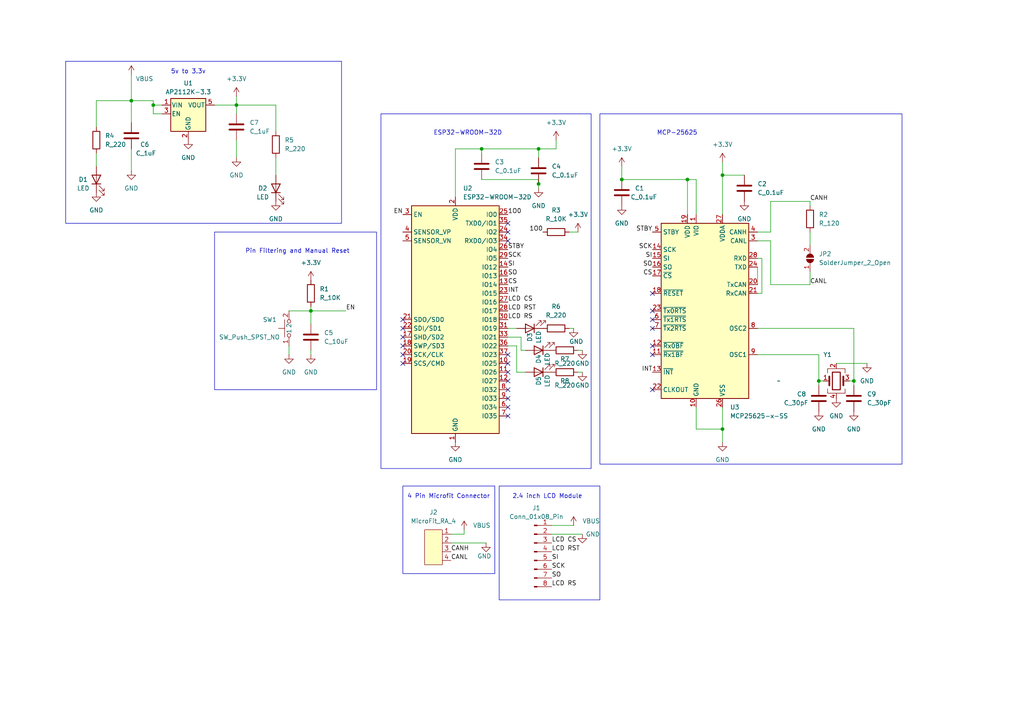
<source format=kicad_sch>
(kicad_sch (version 20230121) (generator eeschema)
  (paper "A4")
  (lib_symbols
    (symbol "Connector:Conn_01x08_Pin" (pin_names (offset 1.016) hide)
      (property "Reference" "J" (at 0 10.16 0))
      (property "Value" "Conn_01x08_Pin" (at 0 -12.7 0))
      (symbol "Conn_01x08_Pin_1_1"
        (polyline (pts (xy 1.27 -10.16) (xy 0.8636 -10.16)) (stroke (width 0.1524)))
        (polyline (pts (xy 1.27 -7.62) (xy 0.8636 -7.62)) (stroke (width 0.1524)))
        (polyline (pts (xy 1.27 -5.08) (xy 0.8636 -5.08)) (stroke (width 0.1524)))
        (polyline (pts (xy 1.27 -2.54) (xy 0.8636 -2.54)) (stroke (width 0.1524)))
        (polyline (pts (xy 1.27 0) (xy 0.8636 0)) (stroke (width 0.1524)))
        (polyline (pts (xy 1.27 2.54) (xy 0.8636 2.54)) (stroke (width 0.1524)))
        (polyline (pts (xy 1.27 5.08) (xy 0.8636 5.08)) (stroke (width 0.1524)))
        (polyline (pts (xy 1.27 7.62) (xy 0.8636 7.62)) (stroke (width 0.1524)))
        (rectangle (start 0.8636 -10.033) (end 0 -10.287) (stroke (width 0.1524)) (fill (type outline)))
        (rectangle (start 0.8636 -7.493) (end 0 -7.747) (stroke (width 0.1524)) (fill (type outline)))
        (rectangle (start 0.8636 -4.953) (end 0 -5.207) (stroke (width 0.1524)) (fill (type outline)))
        (rectangle (start 0.8636 -2.413) (end 0 -2.667) (stroke (width 0.1524)) (fill (type outline)))
        (rectangle (start 0.8636 0.127) (end 0 -0.127) (stroke (width 0.1524)) (fill (type outline)))
        (rectangle (start 0.8636 2.667) (end 0 2.413) (stroke (width 0.1524)) (fill (type outline)))
        (rectangle (start 0.8636 5.207) (end 0 4.953) (stroke (width 0.1524)) (fill (type outline)))
        (rectangle (start 0.8636 7.747) (end 0 7.493) (stroke (width 0.1524)) (fill (type outline)))
        (pin passive line (at 5.08 7.62 180) (length 3.81) (name "Pin_1") (number "1"))
        (pin passive line (at 5.08 5.08 180) (length 3.81) (name "Pin_2") (number "2"))
        (pin passive line (at 5.08 2.54 180) (length 3.81) (name "Pin_3") (number "3"))
        (pin passive line (at 5.08 0 180) (length 3.81) (name "Pin_4") (number "4"))
        (pin passive line (at 5.08 -2.54 180) (length 3.81) (name "Pin_5") (number "5"))
        (pin passive line (at 5.08 -5.08 180) (length 3.81) (name "Pin_6") (number "6"))
        (pin passive line (at 5.08 -7.62 180) (length 3.81) (name "Pin_7") (number "7"))
        (pin passive line (at 5.08 -10.16 180) (length 3.81) (name "Pin_8") (number "8"))
      )
    )
    (symbol "Device:LED" (pin_numbers hide) (pin_names (offset 1.016) hide)
      (property "Reference" "D" (at 0 2.54 0))
      (property "Value" "LED" (at 0 -2.54 0))
      (symbol "LED_0_1"
        (polyline (pts (xy -1.27 -1.27) (xy -1.27 1.27)) (stroke (width 0.254)))
        (polyline (pts (xy -1.27 0) (xy 1.27 0)))
        (polyline (pts (xy 1.27 -1.27) (xy 1.27 1.27) (xy -1.27 0) (xy 1.27 -1.27)) (stroke (width 0.254)))
        (polyline (pts (xy -3.048 -0.762) (xy -4.572 -2.286) (xy -3.81 -2.286) (xy -4.572 -2.286) (xy -4.572 -1.524)))
        (polyline (pts (xy -1.778 -0.762) (xy -3.302 -2.286) (xy -2.54 -2.286) (xy -3.302 -2.286) (xy -3.302 -1.524)))
      )
      (symbol "LED_1_1"
        (pin passive line (at -3.81 0 0) (length 2.54) (name "K") (number "1"))
        (pin passive line (at 3.81 0 180) (length 2.54) (name "A") (number "2"))
      )
    )
    (symbol "Jumper:SolderJumper_2_Open" (pin_names (offset 0) hide)
      (property "Reference" "JP" (at 0 2.032 0))
      (property "Value" "SolderJumper_2_Open" (at 0 -2.54 0))
      (symbol "SolderJumper_2_Open_0_1"
        (arc (start -0.254 1.016) (mid -1.2656 0) (end -0.254 -1.016))
        (arc (start -0.254 1.016) (mid -1.2656 0) (end -0.254 -1.016) (fill (type outline)))
        (polyline (pts (xy -0.254 1.016) (xy -0.254 -1.016)))
        (polyline (pts (xy 0.254 1.016) (xy 0.254 -1.016)))
        (arc (start 0.254 -1.016) (mid 1.2656 0) (end 0.254 1.016))
        (arc (start 0.254 -1.016) (mid 1.2656 0) (end 0.254 1.016) (fill (type outline)))
      )
      (symbol "SolderJumper_2_Open_1_1"
        (pin passive line (at -3.81 0 0) (length 2.54) (name "A") (number "1"))
        (pin passive line (at 3.81 0 180) (length 2.54) (name "B") (number "2"))
      )
    )
    (symbol "OEM:30pF" (pin_numbers hide) (pin_names (offset 0.254))
      (property "Reference" "C" (at 0.635 2.54 0))
      (property "Value" "30pF" (at 0.635 -2.54 0))
      (symbol "30pF_0_1"
        (polyline (pts (xy -2.032 -0.762) (xy 2.032 -0.762)) (stroke (width 0.508)))
        (polyline (pts (xy -2.032 0.762) (xy 2.032 0.762)) (stroke (width 0.508)))
      )
      (symbol "30pF_1_1"
        (pin passive line (at 0 3.81 270) (length 2.794) (name "~") (number "1"))
        (pin passive line (at 0 -3.81 90) (length 2.794) (name "~") (number "2"))
      )
    )
    (symbol "OEM:Crystal_16MHz_18pF" (pin_names (offset 1.016) hide)
      (property "Reference" "Y" (at 3.175 5.08 0))
      (property "Value" "Crystal_16MHz_18pF" (at 3.175 3.175 0))
      (symbol "Crystal_16MHz_18pF_0_1"
        (rectangle (start -1.143 2.54) (end 1.143 -2.54) (stroke (width 0.3048)))
        (polyline (pts (xy -2.54 0) (xy -2.032 0)))
        (polyline (pts (xy -2.032 -1.27) (xy -2.032 1.27)) (stroke (width 0.508)))
        (polyline (pts (xy 0 -3.81) (xy 0 -3.556)))
        (polyline (pts (xy 0 3.556) (xy 0 3.81)))
        (polyline (pts (xy 2.032 -1.27) (xy 2.032 1.27)) (stroke (width 0.508)))
        (polyline (pts (xy 2.032 0) (xy 2.54 0)))
        (polyline (pts (xy -2.54 -2.286) (xy -2.54 -3.556) (xy 2.54 -3.556) (xy 2.54 -2.286)))
        (polyline (pts (xy -2.54 2.286) (xy -2.54 3.556) (xy 2.54 3.556) (xy 2.54 2.286)))
      )
      (symbol "Crystal_16MHz_18pF_1_1"
        (pin passive line (at -3.81 0 0) (length 1.27) (name "1") (number "1"))
        (pin passive line (at 0 5.08 270) (length 1.27) (name "2") (number "2"))
        (pin passive line (at 3.81 0 180) (length 1.27) (name "3") (number "3"))
        (pin passive line (at 0 -5.08 90) (length 1.27) (name "4") (number "4"))
      )
    )
    (symbol "RF_Module:ESP32-WROOM-32D"
      (property "Reference" "U" (at -12.7 34.29 0))
      (property "Value" "ESP32-WROOM-32D" (at 1.27 34.29 0))
      (symbol "ESP32-WROOM-32D_0_1"
        (rectangle (start -12.7 33.02) (end 12.7 -33.02) (stroke (width 0.254)) (fill (type background)))
      )
      (symbol "ESP32-WROOM-32D_1_1"
        (pin power_in line (at 0 -35.56 90) (length 2.54) (name "GND") (number "1"))
        (pin bidirectional line (at 15.24 -12.7 180) (length 2.54) (name "IO25") (number "10"))
        (pin bidirectional line (at 15.24 -15.24 180) (length 2.54) (name "IO26") (number "11"))
        (pin bidirectional line (at 15.24 -17.78 180) (length 2.54) (name "IO27") (number "12"))
        (pin bidirectional line (at 15.24 10.16 180) (length 2.54) (name "IO14") (number "13"))
        (pin bidirectional line (at 15.24 15.24 180) (length 2.54) (name "IO12") (number "14"))
        (pin passive line (at 0 -35.56 90) (length 2.54) hide (name "GND") (number "15"))
        (pin bidirectional line (at 15.24 12.7 180) (length 2.54) (name "IO13") (number "16"))
        (pin bidirectional line (at -15.24 -5.08 0) (length 2.54) (name "SHD/SD2") (number "17"))
        (pin bidirectional line (at -15.24 -7.62 0) (length 2.54) (name "SWP/SD3") (number "18"))
        (pin bidirectional line (at -15.24 -12.7 0) (length 2.54) (name "SCS/CMD") (number "19"))
        (pin power_in line (at 0 35.56 270) (length 2.54) (name "VDD") (number "2"))
        (pin bidirectional line (at -15.24 -10.16 0) (length 2.54) (name "SCK/CLK") (number "20"))
        (pin bidirectional line (at -15.24 0 0) (length 2.54) (name "SDO/SD0") (number "21"))
        (pin bidirectional line (at -15.24 -2.54 0) (length 2.54) (name "SDI/SD1") (number "22"))
        (pin bidirectional line (at 15.24 7.62 180) (length 2.54) (name "IO15") (number "23"))
        (pin bidirectional line (at 15.24 25.4 180) (length 2.54) (name "IO2") (number "24"))
        (pin bidirectional line (at 15.24 30.48 180) (length 2.54) (name "IO0") (number "25"))
        (pin bidirectional line (at 15.24 20.32 180) (length 2.54) (name "IO4") (number "26"))
        (pin bidirectional line (at 15.24 5.08 180) (length 2.54) (name "IO16") (number "27"))
        (pin bidirectional line (at 15.24 2.54 180) (length 2.54) (name "IO17") (number "28"))
        (pin bidirectional line (at 15.24 17.78 180) (length 2.54) (name "IO5") (number "29"))
        (pin input line (at -15.24 30.48 0) (length 2.54) (name "EN") (number "3"))
        (pin bidirectional line (at 15.24 0 180) (length 2.54) (name "IO18") (number "30"))
        (pin bidirectional line (at 15.24 -2.54 180) (length 2.54) (name "IO19") (number "31"))
        (pin no_connect line (at -12.7 -27.94 0) (length 2.54) hide (name "NC") (number "32"))
        (pin bidirectional line (at 15.24 -5.08 180) (length 2.54) (name "IO21") (number "33"))
        (pin bidirectional line (at 15.24 22.86 180) (length 2.54) (name "RXD0/IO3") (number "34"))
        (pin bidirectional line (at 15.24 27.94 180) (length 2.54) (name "TXD0/IO1") (number "35"))
        (pin bidirectional line (at 15.24 -7.62 180) (length 2.54) (name "IO22") (number "36"))
        (pin bidirectional line (at 15.24 -10.16 180) (length 2.54) (name "IO23") (number "37"))
        (pin passive line (at 0 -35.56 90) (length 2.54) hide (name "GND") (number "38"))
        (pin passive line (at 0 -35.56 90) (length 2.54) hide (name "GND") (number "39"))
        (pin input line (at -15.24 25.4 0) (length 2.54) (name "SENSOR_VP") (number "4"))
        (pin input line (at -15.24 22.86 0) (length 2.54) (name "SENSOR_VN") (number "5"))
        (pin input line (at 15.24 -25.4 180) (length 2.54) (name "IO34") (number "6"))
        (pin input line (at 15.24 -27.94 180) (length 2.54) (name "IO35") (number "7"))
        (pin bidirectional line (at 15.24 -20.32 180) (length 2.54) (name "IO32") (number "8"))
        (pin bidirectional line (at 15.24 -22.86 180) (length 2.54) (name "IO33") (number "9"))
      )
    )
    (symbol "Regulator_Linear:AP2112K-3.3" (pin_names (offset 0.254))
      (property "Reference" "U" (at -5.08 5.715 0))
      (property "Value" "AP2112K-3.3" (at 0 5.715 0))
      (symbol "AP2112K-3.3_0_1"
        (rectangle (start -5.08 4.445) (end 5.08 -5.08) (stroke (width 0.254)) (fill (type background)))
      )
      (symbol "AP2112K-3.3_1_1"
        (pin power_in line (at -7.62 2.54 0) (length 2.54) (name "VIN") (number "1"))
        (pin power_in line (at 0 -7.62 90) (length 2.54) (name "GND") (number "2"))
        (pin input line (at -7.62 0 0) (length 2.54) (name "EN") (number "3"))
        (pin no_connect line (at 5.08 0 180) (length 2.54) hide (name "NC") (number "4"))
        (pin power_out line (at 7.62 2.54 180) (length 2.54) (name "VOUT") (number "5"))
      )
    )
    (symbol "formula:C_0.1uF" (pin_numbers hide) (pin_names (offset 0.254))
      (property "Reference" "C" (at 0.635 2.54 0))
      (property "Value" "C_0.1uF" (at 0.635 -2.54 0))
      (symbol "C_0.1uF_0_1"
        (polyline (pts (xy -2.032 -0.762) (xy 2.032 -0.762)) (stroke (width 0.508)))
        (polyline (pts (xy -2.032 0.762) (xy 2.032 0.762)) (stroke (width 0.508)))
      )
      (symbol "C_0.1uF_1_1"
        (pin passive line (at 0 3.81 270) (length 2.794) (name "~") (number "1"))
        (pin passive line (at 0 -3.81 90) (length 2.794) (name "~") (number "2"))
      )
    )
    (symbol "formula:C_10uF" (pin_numbers hide) (pin_names (offset 0.254))
      (property "Reference" "C" (at 0.635 3.81 0))
      (property "Value" "C_10uF" (at 0.635 -1.27 0))
      (symbol "C_10uF_0_1"
        (polyline (pts (xy -2.032 0.508) (xy 2.032 0.508)) (stroke (width 0.508)))
        (polyline (pts (xy -2.032 2.032) (xy 2.032 2.032)) (stroke (width 0.508)))
      )
      (symbol "C_10uF_1_1"
        (pin passive line (at 0 5.08 270) (length 2.794) (name "~") (number "1"))
        (pin passive line (at 0 -2.54 90) (length 2.794) (name "~") (number "2"))
      )
    )
    (symbol "formula:C_1uF" (pin_numbers hide) (pin_names (offset 0.254))
      (property "Reference" "C" (at 0.635 3.81 0))
      (property "Value" "C_1uF" (at 0.635 -1.27 0))
      (symbol "C_1uF_0_1"
        (polyline (pts (xy -2.032 0.508) (xy 2.032 0.508)) (stroke (width 0.508)))
        (polyline (pts (xy -2.032 2.032) (xy 2.032 2.032)) (stroke (width 0.508)))
      )
      (symbol "C_1uF_1_1"
        (pin passive line (at 0 5.08 270) (length 2.794) (name "~") (number "1"))
        (pin passive line (at 0 -2.54 90) (length 2.794) (name "~") (number "2"))
      )
    )
    (symbol "formula:MCP25625-x-SS"
      (property "Reference" "U" (at -11.43 26.67 0))
      (property "Value" "MCP25625-x-SS" (at 15.24 26.67 0))
      (symbol "MCP25625-x-SS_0_1"
        (rectangle (start -12.7 25.4) (end 12.7 -25.4) (stroke (width 0.254)) (fill (type background)))
      )
      (symbol "MCP25625-x-SS_1_1"
        (pin power_in line (at -2.54 27.94 270) (length 2.54) (name "VIO") (number "1"))
        (pin power_in line (at -2.54 -27.94 90) (length 2.54) (name "GND") (number "10"))
        (pin output line (at -15.24 -12.7 0) (length 2.54) (name "~{Rx1BF}") (number "11"))
        (pin output line (at -15.24 -10.16 0) (length 2.54) (name "~{Rx0BF}") (number "12"))
        (pin output line (at -15.24 -17.78 0) (length 2.54) (name "~{INT}") (number "13"))
        (pin input line (at -15.24 17.78 0) (length 2.54) (name "SCK") (number "14"))
        (pin input line (at -15.24 15.24 0) (length 2.54) (name "SI") (number "15"))
        (pin output line (at -15.24 12.7 0) (length 2.54) (name "SO") (number "16"))
        (pin input line (at -15.24 10.16 0) (length 2.54) (name "~{CS}") (number "17"))
        (pin input line (at -15.24 5.08 0) (length 2.54) (name "~{RESET}") (number "18"))
        (pin power_in line (at -5.08 27.94 270) (length 2.54) (name "VDD") (number "19"))
        (pin no_connect line (at 12.7 -15.24 180) (length 2.54) hide (name "NC") (number "2"))
        (pin output line (at 15.24 7.62 180) (length 2.54) (name "TxCAN") (number "20"))
        (pin input line (at 15.24 5.08 180) (length 2.54) (name "RxCAN") (number "21"))
        (pin output line (at -15.24 -22.86 0) (length 2.54) (name "CLKOUT") (number "22"))
        (pin input line (at -15.24 0 0) (length 2.54) (name "~{Tx0RTS}") (number "23"))
        (pin input line (at 15.24 12.7 180) (length 2.54) (name "TXD") (number "24"))
        (pin no_connect line (at 12.7 -17.78 180) (length 2.54) hide (name "NC") (number "25"))
        (pin power_in line (at 5.08 -27.94 90) (length 2.54) (name "VSS") (number "26"))
        (pin power_in line (at 5.08 27.94 270) (length 2.54) (name "VDDA") (number "27"))
        (pin output line (at 15.24 15.24 180) (length 2.54) (name "RXD") (number "28"))
        (pin bidirectional line (at 15.24 20.32 180) (length 2.54) (name "CANL") (number "3"))
        (pin bidirectional line (at 15.24 22.86 180) (length 2.54) (name "CANH") (number "4"))
        (pin input line (at -15.24 22.86 0) (length 2.54) (name "STBY") (number "5"))
        (pin input line (at -15.24 -2.54 0) (length 2.54) (name "~{Tx1RTS}") (number "6"))
        (pin input line (at -15.24 -5.08 0) (length 2.54) (name "~{Tx2RTS}") (number "7"))
        (pin output line (at 15.24 -5.08 180) (length 2.54) (name "OSC2") (number "8"))
        (pin input line (at 15.24 -12.7 180) (length 2.54) (name "OSC1") (number "9"))
      )
    )
    (symbol "formula:MicroFit_RA_4" (pin_names (offset 1.016))
      (property "Reference" "J" (at 0 10.16 0))
      (property "Value" "MicroFit_RA_4" (at 0 7.62 0))
      (symbol "MicroFit_RA_4_1_1"
        (rectangle (start -2.54 5.08) (end 2.54 -5.08) (fill (type background)))
        (pin input line (at 5.08 3.81 180) (length 2.54) (name "~") (number "1"))
        (pin input line (at 5.08 1.27 180) (length 2.54) (name "~") (number "2"))
        (pin input line (at 5.08 -1.27 180) (length 2.54) (name "~") (number "3"))
        (pin input line (at 5.08 -3.81 180) (length 2.54) (name "~") (number "4"))
      )
    )
    (symbol "formula:R_10K" (pin_numbers hide) (pin_names (offset 0))
      (property "Reference" "R" (at 2.032 0 90))
      (property "Value" "R_10K" (at -2.54 0 90))
      (symbol "R_10K_0_1"
        (rectangle (start -1.016 -2.54) (end 1.016 2.54) (stroke (width 0.254)))
      )
      (symbol "R_10K_1_1"
        (pin passive line (at 0 3.81 270) (length 1.27) (name "~") (number "1"))
        (pin passive line (at 0 -3.81 90) (length 1.27) (name "~") (number "2"))
      )
    )
    (symbol "formula:R_120" (pin_numbers hide) (pin_names (offset 0))
      (property "Reference" "R" (at 2.032 0 90))
      (property "Value" "R_120" (at -2.54 0 90))
      (symbol "R_120_0_1"
        (rectangle (start -1.016 -2.54) (end 1.016 2.54) (stroke (width 0.254)))
      )
      (symbol "R_120_1_1"
        (pin passive line (at 0 3.81 270) (length 1.27) (name "~") (number "1"))
        (pin passive line (at 0 -3.81 90) (length 1.27) (name "~") (number "2"))
      )
    )
    (symbol "formula:SW_Push_SPST_NO" (pin_names (offset 1.016))
      (property "Reference" "SW" (at 2.54 3.81 0))
      (property "Value" "SW_Push_SPST_NO" (at 1.27 -2.54 0))
      (symbol "SW_Push_SPST_NO_1_1"
        (circle (center -2.032 0) (radius 0.508))
        (polyline (pts (xy 0 1.27) (xy 0 3.048)))
        (polyline (pts (xy 2.54 1.27) (xy -2.54 1.27)))
        (circle (center 2.032 0) (radius 0.508))
        (pin passive line (at -5.08 0 0) (length 2.54) (name "1") (number "1"))
        (pin passive line (at 5.08 0 180) (length 2.54) (name "2") (number "2"))
      )
    )
    (symbol "power:+3.3V" (power) (pin_names (offset 0))
      (property "Value" "+3.3V" (at 0 3.556 0))
      (symbol "+3.3V_0_1"
        (polyline (pts (xy -0.762 1.27) (xy 0 2.54)))
        (polyline (pts (xy 0 0) (xy 0 2.54)))
        (polyline (pts (xy 0 2.54) (xy 0.762 1.27)))
      )
      (symbol "+3.3V_1_1"
        (pin power_in line (at 0 0 90) (length 0) hide (name "+3.3V") (number "1"))
      )
    )
    (symbol "power:GND" (power) (pin_names (offset 0))
      (property "Value" "GND" (at 0 -3.81 0))
      (symbol "GND_0_1"
        (polyline (pts (xy 0 0) (xy 0 -1.27) (xy 1.27 -1.27) (xy 0 -2.54) (xy -1.27 -1.27) (xy 0 -1.27)))
      )
      (symbol "GND_1_1"
        (pin power_in line (at 0 0 270) (length 0) hide (name "GND") (number "1"))
      )
    )
    (symbol "power:VBUS" (power) (pin_names (offset 0))
      (property "Value" "VBUS" (at 0 3.81 0))
      (symbol "VBUS_0_1"
        (polyline (pts (xy -0.762 1.27) (xy 0 2.54)))
        (polyline (pts (xy 0 0) (xy 0 2.54)))
        (polyline (pts (xy 0 2.54) (xy 0.762 1.27)))
      )
      (symbol "VBUS_1_1"
        (pin power_in line (at 0 0 90) (length 0) hide (name "VBUS") (number "1"))
      )
    )
  )
  (junction (at 156.21 53.34))
  (junction (at 199.39 52.07))
  (junction (at 237.49 110.49))
  (junction (at 68.58 30.48))
  (junction (at 209.55 124.46))
  (junction (at 44.45 30.48))
  (junction (at 180.34 52.07))
  (junction (at 139.7 43.18))
  (junction (at 156.21 43.18))
  (junction (at 209.55 50.8))
  (junction (at 90.17 90.17))
  (junction (at 247.65 110.49))
  (junction (at 38.1 29.21))
  (no_connect (at 147.32 107.95))
  (no_connect (at 116.84 102.87))
  (no_connect (at 189.23 92.71))
  (no_connect (at 116.84 92.71))
  (no_connect (at 147.32 115.57))
  (no_connect (at 147.32 110.49))
  (no_connect (at 147.32 67.31))
  (no_connect (at 147.32 102.87))
  (no_connect (at 147.32 120.65))
  (no_connect (at 147.32 118.11))
  (no_connect (at 147.32 113.03))
  (no_connect (at 189.23 102.87))
  (no_connect (at 189.23 113.03))
  (no_connect (at 189.23 90.17))
  (no_connect (at 189.23 100.33))
  (no_connect (at 189.23 85.09))
  (no_connect (at 116.84 97.79))
  (no_connect (at 116.84 105.41))
  (no_connect (at 116.84 95.25))
  (no_connect (at 189.23 95.25))
  (no_connect (at 147.32 105.41))
  (no_connect (at 147.32 69.85))
  (no_connect (at 147.32 64.77))
  (no_connect (at 116.84 100.33))
  (wire (pts (xy 234.95 67.31) (xy 234.95 71.12)))
  (wire (pts (xy 166.37 152.4) (xy 160.02 152.4)))
  (wire (pts (xy 90.17 90.17) (xy 90.17 93.98)))
  (wire (pts (xy 44.45 29.21) (xy 44.45 30.48)))
  (wire (pts (xy 223.52 58.42) (xy 223.52 67.31)))
  (wire (pts (xy 38.1 29.21) (xy 27.94 29.21)))
  (wire (pts (xy 201.93 124.46) (xy 209.55 124.46)))
  (wire (pts (xy 83.82 100.33) (xy 83.82 102.87)))
  (wire (pts (xy 223.52 67.31) (xy 219.71 67.31)))
  (wire (pts (xy 38.1 29.21) (xy 44.45 29.21)))
  (wire (pts (xy 209.55 118.11) (xy 209.55 124.46)))
  (wire (pts (xy 149.86 107.95) (xy 152.4 107.95)))
  (wire (pts (xy 156.21 43.18) (xy 161.29 43.18)))
  (wire (pts (xy 156.21 43.18) (xy 156.21 45.72)))
  (wire (pts (xy 27.94 29.21) (xy 27.94 36.83)))
  (wire (pts (xy 168.91 107.95) (xy 167.64 107.95)))
  (wire (pts (xy 223.52 82.55) (xy 234.95 82.55)))
  (wire (pts (xy 149.86 100.33) (xy 149.86 107.95)))
  (wire (pts (xy 68.58 27.94) (xy 68.58 30.48)))
  (wire (pts (xy 234.95 82.55) (xy 234.95 78.74)))
  (wire (pts (xy 165.1 67.31) (xy 167.64 67.31)))
  (wire (pts (xy 209.55 124.46) (xy 209.55 128.27)))
  (wire (pts (xy 147.32 95.25) (xy 149.86 95.25)))
  (wire (pts (xy 90.17 88.9) (xy 90.17 90.17)))
  (wire (pts (xy 130.81 157.48) (xy 140.97 157.48)))
  (wire (pts (xy 62.23 30.48) (xy 68.58 30.48)))
  (wire (pts (xy 237.49 102.87) (xy 237.49 110.49)))
  (wire (pts (xy 242.57 105.41) (xy 251.46 105.41)))
  (wire (pts (xy 46.99 33.02) (xy 44.45 33.02)))
  (wire (pts (xy 237.49 110.49) (xy 237.49 111.76)))
  (wire (pts (xy 44.45 30.48) (xy 46.99 30.48)))
  (wire (pts (xy 168.91 101.6) (xy 167.64 101.6)))
  (wire (pts (xy 68.58 40.64) (xy 68.58 45.72)))
  (wire (pts (xy 234.95 58.42) (xy 223.52 58.42)))
  (wire (pts (xy 180.34 52.07) (xy 199.39 52.07)))
  (wire (pts (xy 132.08 43.18) (xy 139.7 43.18)))
  (wire (pts (xy 199.39 52.07) (xy 201.93 52.07)))
  (wire (pts (xy 68.58 30.48) (xy 80.01 30.48)))
  (wire (pts (xy 139.7 43.18) (xy 156.21 43.18)))
  (wire (pts (xy 151.13 97.79) (xy 151.13 101.6)))
  (wire (pts (xy 147.32 100.33) (xy 149.86 100.33)))
  (wire (pts (xy 209.55 46.99) (xy 209.55 50.8)))
  (wire (pts (xy 147.32 97.79) (xy 151.13 97.79)))
  (wire (pts (xy 209.55 50.8) (xy 215.9 50.8)))
  (wire (pts (xy 201.93 62.23) (xy 201.93 52.07)))
  (wire (pts (xy 156.21 53.34) (xy 156.21 54.61)))
  (wire (pts (xy 151.13 101.6) (xy 152.4 101.6)))
  (wire (pts (xy 247.65 95.25) (xy 247.65 110.49)))
  (wire (pts (xy 80.01 30.48) (xy 80.01 38.1)))
  (wire (pts (xy 219.71 69.85) (xy 223.52 69.85)))
  (wire (pts (xy 27.94 44.45) (xy 27.94 48.26)))
  (wire (pts (xy 38.1 43.18) (xy 38.1 49.53)))
  (wire (pts (xy 199.39 62.23) (xy 199.39 52.07)))
  (wire (pts (xy 90.17 90.17) (xy 100.33 90.17)))
  (wire (pts (xy 156.21 52.07) (xy 156.21 53.34)))
  (wire (pts (xy 219.71 77.47) (xy 219.71 82.55)))
  (wire (pts (xy 220.98 74.93) (xy 220.98 85.09)))
  (wire (pts (xy 161.29 40.64) (xy 161.29 43.18)))
  (wire (pts (xy 166.37 95.25) (xy 165.1 95.25)))
  (wire (pts (xy 168.91 154.94) (xy 160.02 154.94)))
  (wire (pts (xy 134.62 154.94) (xy 130.81 154.94)))
  (wire (pts (xy 139.7 52.07) (xy 156.21 52.07)))
  (wire (pts (xy 219.71 102.87) (xy 237.49 102.87)))
  (wire (pts (xy 132.08 57.15) (xy 132.08 43.18)))
  (wire (pts (xy 219.71 95.25) (xy 247.65 95.25)))
  (wire (pts (xy 209.55 62.23) (xy 209.55 50.8)))
  (wire (pts (xy 90.17 101.6) (xy 90.17 102.87)))
  (wire (pts (xy 38.1 21.59) (xy 38.1 29.21)))
  (wire (pts (xy 220.98 85.09) (xy 219.71 85.09)))
  (wire (pts (xy 201.93 118.11) (xy 201.93 124.46)))
  (wire (pts (xy 234.95 59.69) (xy 234.95 58.42)))
  (wire (pts (xy 246.38 110.49) (xy 247.65 110.49)))
  (wire (pts (xy 247.65 110.49) (xy 247.65 111.76)))
  (wire (pts (xy 83.82 90.17) (xy 90.17 90.17)))
  (wire (pts (xy 38.1 29.21) (xy 38.1 35.56)))
  (wire (pts (xy 139.7 43.18) (xy 139.7 44.45)))
  (wire (pts (xy 223.52 69.85) (xy 223.52 82.55)))
  (wire (pts (xy 237.49 110.49) (xy 238.76 110.49)))
  (wire (pts (xy 134.62 153.67) (xy 134.62 154.94)))
  (wire (pts (xy 180.34 48.26) (xy 180.34 52.07)))
  (wire (pts (xy 68.58 30.48) (xy 68.58 33.02)))
  (wire (pts (xy 44.45 33.02) (xy 44.45 30.48)))
  (wire (pts (xy 80.01 45.72) (xy 80.01 50.8)))
  (wire (pts (xy 219.71 74.93) (xy 220.98 74.93)))
  (rectangle (start 62.23 67.31) (end 109.22 113.03))
  (rectangle (start 116.84 140.97) (end 143.51 166.37))
  (rectangle (start 173.99 33.02) (end 261.62 134.62))
  (rectangle (start 110.49 33.02) (end 171.45 135.89))
  (rectangle (start 144.78 140.97) (end 173.99 173.99))
  (rectangle (start 19.05 17.78) (end 99.06 64.77))
  (text "2.4 inch LCD Module" (at 148.59 144.78 0) (effects (font (size 1.27 1.27)) (justify left bottom)))
  (text "4 Pin Microfit Connector" (at 118.11 144.78 0) (effects (font (size 1.27 1.27)) (justify left bottom)))
  (text "ESP32-WROOM-32D" (at 125.73 39.37 0) (effects (font (size 1.27 1.27)) (justify left bottom)))
  (text "5v to 3.3v" (at 49.53 21.59 0) (effects (font (size 1.27 1.27)) (justify left bottom)))
  (text "Pin Filtering and Manual Reset" (at 71.12 73.66 0) (effects (font (size 1.27 1.27)) (justify left bottom)))
  (text "MCP-25625" (at 190.5 39.37 0) (effects (font (size 1.27 1.27)) (justify left bottom)))
  (label "LCD RST" (at 147.32 90.17 0))
  (label "LCD RS" (at 147.32 92.71 0))
  (label "STBY" (at 189.23 67.31 180))
  (label "SO" (at 160.02 167.64 0))
  (label "LCD CS" (at 160.02 157.48 0))
  (label "CS" (at 147.32 82.55 0))
  (label "SCK" (at 189.23 72.39 180))
  (label "LCD RS" (at 160.02 170.18 0))
  (label "CANL" (at 234.95 82.55 0))
  (label "CANL" (at 130.81 162.56 0))
  (label "LCD CS" (at 147.32 87.63 0))
  (label "1O0" (at 147.32 62.23 0))
  (label "CS" (at 189.23 80.01 180))
  (label "CANH" (at 234.95 58.42 0))
  (label "INT" (at 147.32 85.09 0))
  (label "EN" (at 100.33 90.17 0))
  (label "SI" (at 160.02 162.56 0))
  (label "1O0" (at 157.48 67.31 180))
  (label "SCK" (at 160.02 165.1 0))
  (label "SO" (at 147.32 80.01 0))
  (label "LCD RST" (at 160.02 160.02 0))
  (label "CANH" (at 130.81 160.02 0))
  (label "STBY" (at 147.32 72.39 0))
  (label "EN" (at 116.84 62.23 180))
  (label "SCK" (at 147.32 74.93 0))
  (label "SI" (at 147.32 77.47 0))
  (label "SI" (at 189.23 74.93 180))
  (label "SO" (at 189.23 77.47 180))
  (label "INT" (at 189.23 107.95 180))
  (symbol (lib_id "power:GND") (at 242.57 115.57 0) (unit 1)
    (property "Reference" "#PWR023" (effects hide))
    (property "Value" "GND" (at 242.57 120.65 0))
  )
  (symbol (lib_id "power:GND") (at 168.91 107.95 0) (unit 1)
    (property "Reference" "#PWR030" (effects hide))
    (property "Value" "GND" (at 168.91 111.76 0))
  )
  (symbol (lib_id "power:+3.3V") (at 209.55 46.99 0) (unit 1)
    (property "Reference" "#PWR018" (effects hide))
    (property "Value" "+3.3V" (at 209.55 41.91 0))
  )
  (symbol (lib_id "power:VBUS") (at 38.1 21.59 0) (unit 1)
    (property "Reference" "#PWR015" (effects hide))
    (property "Value" "VBUS" (at 41.91 22.86 0))
  )
  (symbol (lib_id "formula:MCP25625-x-SS") (at 204.47 90.17 0) (unit 1)
    (property "Reference" "U3" (at 211.7441 118.11 0) (effects (justify left)))
    (property "Value" "MCP25625-x-SS" (at 211.7441 120.65 0) (effects (justify left)))
    (property "Footprint" "Package_SO:SSOP-28_5.3x10.2mm_P0.65mm" (effects hide))
    (property "Datasheet" "http://ww1.microchip.com/downloads/en/DeviceDoc/20005282B.pdf" (effects hide))
    (property "MFN" "DK" (effects hide))
    (property "MPN" "MCP25625-E/SS-ND" (effects hide))
    (property "PurchasingLink" "https://www.digikey.com/product-detail/en/microchip-technology/MCP25625-E-SS/MCP25625-E-SS-ND/4842805" (effects hide))
  )
  (symbol (lib_id "power:+3.3V") (at 180.34 48.26 0) (unit 1)
    (property "Reference" "#PWR017" (effects hide))
    (property "Value" "+3.3V" (at 180.34 43.18 0))
  )
  (symbol (lib_id "power:GND") (at 132.08 128.27 0) (unit 1)
    (property "Reference" "#PWR01" (effects hide))
    (property "Value" "GND" (at 132.08 133.35 0))
  )
  (symbol (lib_id "power:GND") (at 251.46 105.41 0) (unit 1)
    (property "Reference" "#PWR025" (effects hide))
    (property "Value" "GND" (at 251.46 110.49 0))
  )
  (symbol (lib_id "power:GND") (at 38.1 49.53 0) (unit 1)
    (property "Reference" "#PWR011" (effects hide))
    (property "Value" "GND" (at 38.1 54.61 0))
  )
  (symbol (lib_id "formula:C_10uF") (at 90.17 99.06 0) (unit 1)
    (property "Reference" "C5" (at 93.98 96.52 0) (effects (justify left)))
    (property "Value" "C_10uF" (at 93.98 99.06 0) (effects (justify left)))
    (property "Footprint" "Capacitor_SMD:C_0603_1608Metric" (effects hide))
    (property "Datasheet" "http://www.samsungsem.com/kr/support/product-search/mlcc/__icsFiles/afieldfile/2018/06/20/CL21A106KPFNNNE.pdf" (effects hide))
    (property "MFN" "DK" (effects hide))
    (property "MPN" "1276-1052-1-ND" (effects hide))
    (property "PurchasingLink" "https://www.digikey.com/product-detail/en/samsung-electro-mechanics/CL21A106KPFNNNE/1276-1052-1-ND/3889138" (effects hide))
  )
  (symbol (lib_id "formula:C_1uF") (at 38.1 40.64 0) (unit 1)
    (property "Reference" "C6" (at 40.64 41.91 0) (effects (justify left)))
    (property "Value" "C_1uF" (at 39.37 44.45 0) (effects (justify left)))
    (property "Footprint" "Capacitor_SMD:C_0603_1608Metric" (effects hide))
    (property "Datasheet" "https://media.digikey.com/pdf/Data%20Sheets/Samsung%20PDFs/CL21B105KBFNNNG_Spec.pdf" (effects hide))
    (property "PurchasingLink" "https://www.digikey.com/en/products/detail/samsung-electro-mechanics/CL21B105KBFNNNG/3894467" (effects hide))
    (property "MFN" "DK" (effects hide))
    (property "MPN" "1276-6470-1-ND" (effects hide))
  )
  (symbol (lib_id "Device:LED") (at 153.67 95.25 180) (unit 1)
    (property "Reference" "D3" (at 153.67 97.79 90))
    (property "Value" "LED" (at 156.21 97.79 90))
    (property "Footprint" "LED_SMD:LED_0603_1608Metric" (effects hide))
  )
  (symbol (lib_id "power:GND") (at 156.21 54.61 0) (unit 1)
    (property "Reference" "#PWR02" (effects hide))
    (property "Value" "GND" (at 156.21 59.69 0))
  )
  (symbol (lib_id "power:GND") (at 90.17 102.87 0) (unit 1)
    (property "Reference" "#PWR09" (effects hide))
    (property "Value" "GND" (at 90.17 107.95 0))
  )
  (symbol (lib_id "formula:R_10K") (at 163.83 101.6 90) (unit 1)
    (property "Reference" "R7" (at 163.83 104.14 90))
    (property "Value" "R_220" (at 163.83 105.41 90))
    (property "Footprint" "footprints:R_0603_1608Metric" (effects hide))
    (property "Datasheet" "http://www.bourns.com/data/global/pdfs/CRS.pdf" (effects hide))
    (property "MFN" "DK" (effects hide))
    (property "MPN" "CRS0805-FX-1002ELFCT-ND" (effects hide))
    (property "PurchasingLink" "https://www.digikey.com/products/en?keywords=CRS0805-FX-1002ELFCT-ND" (effects hide))
  )
  (symbol (lib_id "formula:MicroFit_RA_4") (at 125.73 158.75 0) (unit 1)
    (property "Reference" "J2" (at 125.73 148.59 0))
    (property "Value" "MicroFit_RA_4" (at 125.73 151.13 0))
    (property "Footprint" "footprints:MicroFit_RA_4" (effects hide))
    (property "Purchasing Link" "https://www.digikey.com/product-detail/en/molex/0430450400/WM1814-ND/252527" (effects hide))
    (property "PurchasingLink" "https://www.digikey.com/product-detail/en/molex/0430450400/WM1814-ND/252527" (effects hide))
  )
  (symbol (lib_id "Device:LED") (at 156.21 101.6 180) (unit 1)
    (property "Reference" "D4" (at 156.21 104.14 90))
    (property "Value" "LED" (at 158.75 104.14 90))
    (property "Footprint" "LED_SMD:LED_0603_1608Metric" (effects hide))
  )
  (symbol (lib_id "power:GND") (at 237.49 119.38 0) (unit 1)
    (property "Reference" "#PWR022" (effects hide))
    (property "Value" "GND" (at 237.49 124.46 0))
  )
  (symbol (lib_id "power:GND") (at 166.37 95.25 0) (unit 1)
    (property "Reference" "#PWR028" (effects hide))
    (property "Value" "GND" (at 165.1 99.06 0) (effects (justify left)))
  )
  (symbol (lib_id "formula:R_120") (at 234.95 63.5 0) (unit 1)
    (property "Reference" "R2" (at 237.49 62.23 0) (effects (justify left)))
    (property "Value" "R_120" (at 237.49 64.77 0) (effects (justify left)))
    (property "Footprint" "footprints:R_0603_1608Metric" (effects hide))
    (property "Datasheet" "https://www.mouser.com/datasheet/2/315/AOA0000C304-1149620.pdf" (effects hide))
    (property "MFN" "DK" (effects hide))
    (property "MPN" "667-ERJ-6ENF1200V" (effects hide))
    (property "PurchasingLink" "https://www.mouser.com/ProductDetail/Panasonic-Industrial-Devices/ERJ-6ENF1200V?qs=sGAEpiMZZMvdGkrng054t8AJgcdMkx7x%252bFQnctTMUmU%3d" (effects hide))
  )
  (symbol (lib_id "RF_Module:ESP32-WROOM-32D") (at 132.08 92.71 0) (unit 1)
    (property "Reference" "U2" (at 134.2741 54.61 0) (effects (justify left)))
    (property "Value" "ESP32-WROOM-32D" (at 134.2741 57.15 0) (effects (justify left)))
    (property "Footprint" "RF_Module:ESP32-WROOM-32D" (effects hide))
    (property "Datasheet" "https://www.espressif.com/sites/default/files/documentation/esp32-wroom-32d_esp32-wroom-32u_datasheet_en.pdf" (effects hide))
  )
  (symbol (lib_id "power:+3.3V") (at 167.64 67.31 0) (unit 1)
    (property "Reference" "#PWR016" (effects hide))
    (property "Value" "+3.3V" (at 167.64 62.23 0))
  )
  (symbol (lib_id "OEM:30pF") (at 237.49 115.57 180) (unit 1)
    (property "Reference" "C8" (at 231.14 114.3 0) (effects (justify right)))
    (property "Value" "C_30pF" (at 227.33 116.84 0) (effects (justify right)))
    (property "Footprint" "Capacitor_SMD:C_0603_1608Metric" (effects hide))
    (property "Datasheet" "https://www.seielect.com/Catalog/SEI-CML.PDF" (effects hide))
    (property "MFN" "Stackpole Electronics" (effects hide))
    (property "MPN" "CML0603C0G300JT50V" (effects hide))
    (property "DKPN" "738-CML0603C0G300JT50VDKR-ND" (effects hide))
    (property "NewDesigns" "YES" (effects hide))
    (property "Stocked" "Digi-Reel" (effects hide))
    (property "Package" "0603" (effects hide))
    (property "Style" "SMD" (effects hide))
  )
  (symbol (lib_id "power:GND") (at 247.65 119.38 0) (unit 1)
    (property "Reference" "#PWR024" (effects hide))
    (property "Value" "GND" (at 247.65 124.46 0))
  )
  (symbol (lib_id "power:+3.3V") (at 161.29 40.64 0) (unit 1)
    (property "Reference" "#PWR04" (effects hide))
    (property "Value" "+3.3V" (at 161.29 35.56 0))
  )
  (symbol (lib_id "Device:LED") (at 27.94 52.07 90) (unit 1)
    (property "Reference" "D1" (at 24.13 52.07 90))
    (property "Value" "LED" (at 24.13 54.61 90))
    (property "Footprint" "LED_SMD:LED_0603_1608Metric" (effects hide))
  )
  (symbol (lib_id "formula:R_10K") (at 80.01 41.91 0) (unit 1)
    (property "Reference" "R5" (at 82.55 40.64 0) (effects (justify left)))
    (property "Value" "R_220" (at 82.55 43.18 0) (effects (justify left)))
    (property "Footprint" "footprints:R_0603_1608Metric" (effects hide))
    (property "Datasheet" "http://www.bourns.com/data/global/pdfs/CRS.pdf" (effects hide))
    (property "MFN" "DK" (effects hide))
    (property "MPN" "CRS0805-FX-1002ELFCT-ND" (effects hide))
    (property "PurchasingLink" "https://www.digikey.com/products/en?keywords=CRS0805-FX-1002ELFCT-ND" (effects hide))
  )
  (symbol (lib_id "Device:LED") (at 156.21 107.95 180) (unit 1)
    (property "Reference" "D5" (at 156.21 110.49 90))
    (property "Value" "LED" (at 158.75 110.49 90))
    (property "Footprint" "LED_SMD:LED_0603_1608Metric" (effects hide))
  )
  (symbol (lib_id "Device:LED") (at 80.01 54.61 90) (unit 1)
    (property "Reference" "D2" (at 76.2 54.61 90))
    (property "Value" "LED" (at 76.2 57.15 90))
    (property "Footprint" "LED_SMD:LED_0603_1608Metric" (effects hide))
  )
  (symbol (lib_id "power:VBUS") (at 134.62 153.67 0) (unit 1)
    (property "Reference" "#PWR021" (effects hide))
    (property "Value" "VBUS" (at 137.16 152.4 0) (effects (justify left)))
  )
  (symbol (lib_id "formula:R_10K") (at 161.29 67.31 90) (unit 1)
    (property "Reference" "R3" (at 161.29 60.96 90))
    (property "Value" "R_10K" (at 161.29 63.5 90))
    (property "Footprint" "footprints:R_0603_1608Metric" (effects hide))
    (property "Datasheet" "http://www.bourns.com/data/global/pdfs/CRS.pdf" (effects hide))
    (property "MFN" "DK" (effects hide))
    (property "MPN" "CRS0805-FX-1002ELFCT-ND" (effects hide))
    (property "PurchasingLink" "https://www.digikey.com/products/en?keywords=CRS0805-FX-1002ELFCT-ND" (effects hide))
  )
  (symbol (lib_id "power:+3.3V") (at 68.58 27.94 0) (unit 1)
    (property "Reference" "#PWR014" (effects hide))
    (property "Value" "+3.3V" (at 68.58 22.86 0))
  )
  (symbol (lib_id "formula:C_1uF") (at 68.58 38.1 0) (unit 1)
    (property "Reference" "C7" (at 72.39 35.56 0) (effects (justify left)))
    (property "Value" "C_1uF" (at 72.39 38.1 0) (effects (justify left)))
    (property "Footprint" "Capacitor_SMD:C_0603_1608Metric" (effects hide))
    (property "Datasheet" "https://media.digikey.com/pdf/Data%20Sheets/Samsung%20PDFs/CL21B105KBFNNNG_Spec.pdf" (effects hide))
    (property "PurchasingLink" "https://www.digikey.com/en/products/detail/samsung-electro-mechanics/CL21B105KBFNNNG/3894467" (effects hide))
    (property "MFN" "DK" (effects hide))
    (property "MPN" "1276-6470-1-ND" (effects hide))
  )
  (symbol (lib_id "power:GND") (at 27.94 55.88 0) (unit 1)
    (property "Reference" "#PWR026" (effects hide))
    (property "Value" "GND" (at 27.94 60.96 0))
  )
  (symbol (lib_id "OEM:Crystal_16MHz_18pF") (at 242.57 110.49 0) (unit 1)
    (property "Reference" "Y1" (at 238.76 102.87 0) (effects (justify left)))
    (property "Value" "~" (at 225.298 110.49 0) (effects (justify left)))
    (property "Footprint" "OEM:Crystal_TXC7M" (effects hide))
    (property "Datasheet" "http://txccrystal.com/images/pdf/7m.pdf" (effects hide))
    (property "MFN" "TXC" (effects hide))
    (property "MPN" "7M-16.000MAAJ-T" (effects hide))
    (property "DKPN" "887-1125-1-ND" (effects hide))
    (property "NewDesigns" "YES" (effects hide))
    (property "Stocked" "Tape" (effects hide))
    (property "Package" "Custom" (effects hide))
    (property "Style" "SMD" (effects hide))
  )
  (symbol (lib_id "power:VBUS") (at 166.37 152.4 0) (unit 1)
    (property "Reference" "#PWR019" (effects hide))
    (property "Value" "VBUS" (at 168.91 151.13 0) (effects (justify left)))
  )
  (symbol (lib_id "Regulator_Linear:AP2112K-3.3") (at 54.61 33.02 0) (unit 1)
    (property "Reference" "U1" (at 54.61 24.13 0))
    (property "Value" "AP2112K-3.3" (at 54.61 26.67 0))
    (property "Footprint" "Package_TO_SOT_SMD:SOT-23-5" (effects hide))
    (property "Datasheet" "https://www.diodes.com/assets/Datasheets/AP2112.pdf" (effects hide))
  )
  (symbol (lib_id "formula:SW_Push_SPST_NO") (at 83.82 95.25 90) (unit 1)
    (property "Reference" "SW1" (at 76.2 92.71 90) (effects (justify right)))
    (property "Value" "SW_Push_SPST_NO" (at 63.5 97.79 90) (effects (justify right)))
    (property "Footprint" "footprints:SW_B3U-1000P_4.2x1.7mm" (effects hide))
    (property "Datasheet" "https://omronfs.omron.com/en_US/ecb/products/pdf/en-b3u.pdf" (effects hide))
    (property "MFN" "DK" (effects hide))
    (property "MPN" "SW1020CT-ND" (effects hide))
    (property "PurchasingLink" "https://www.digikey.com/product-detail/en/omron-electronics-inc-emc-div/B3U-1000P/SW1020CT-ND/1534357A" (effects hide))
  )
  (symbol (lib_id "power:GND") (at 83.82 102.87 0) (unit 1)
    (property "Reference" "#PWR010" (effects hide))
    (property "Value" "GND" (at 83.82 107.95 0))
  )
  (symbol (lib_id "formula:R_10K") (at 163.83 107.95 90) (unit 1)
    (property "Reference" "R8" (at 163.83 110.49 90))
    (property "Value" "R_220" (at 163.83 111.76 90))
    (property "Footprint" "footprints:R_0603_1608Metric" (effects hide))
    (property "Datasheet" "http://www.bourns.com/data/global/pdfs/CRS.pdf" (effects hide))
    (property "MFN" "DK" (effects hide))
    (property "MPN" "CRS0805-FX-1002ELFCT-ND" (effects hide))
    (property "PurchasingLink" "https://www.digikey.com/products/en?keywords=CRS0805-FX-1002ELFCT-ND" (effects hide))
  )
  (symbol (lib_id "power:GND") (at 215.9 58.42 0) (unit 1)
    (property "Reference" "#PWR07" (effects hide))
    (property "Value" "GND" (at 215.9 63.5 0))
  )
  (symbol (lib_id "power:GND") (at 168.91 154.94 0) (unit 1)
    (property "Reference" "#PWR020" (effects hide))
    (property "Value" "GND" (at 173.99 154.94 0) (effects (justify right)))
  )
  (symbol (lib_id "power:+3.3V") (at 90.17 81.28 0) (unit 1)
    (property "Reference" "#PWR08" (effects hide))
    (property "Value" "+3.3V" (at 90.17 76.2 0))
  )
  (symbol (lib_id "formula:C_0.1uF") (at 156.21 49.53 0) (unit 1)
    (property "Reference" "C4" (at 160.02 48.26 0) (effects (justify left)))
    (property "Value" "C_0.1uF" (at 160.02 50.8 0) (effects (justify left)))
    (property "Footprint" "Capacitor_SMD:C_0603_1608Metric" (effects hide))
    (property "Datasheet" "http://datasheets.avx.com/X7RDielectric.pdf" (effects hide))
    (property "MFN" "DK" (effects hide))
    (property "MPN" "478-3352-1-ND" (effects hide))
    (property "PurchasingLink" "https://www.digikey.com/products/en?keywords=478-3352-1-ND" (effects hide))
  )
  (symbol (lib_id "power:GND") (at 168.91 101.6 0) (unit 1)
    (property "Reference" "#PWR029" (effects hide))
    (property "Value" "GND" (at 168.91 105.41 0))
  )
  (symbol (lib_id "formula:R_10K") (at 161.29 95.25 90) (unit 1)
    (property "Reference" "R6" (at 161.29 88.9 90))
    (property "Value" "R_220" (at 161.29 91.44 90))
    (property "Footprint" "footprints:R_0603_1608Metric" (effects hide))
    (property "Datasheet" "http://www.bourns.com/data/global/pdfs/CRS.pdf" (effects hide))
    (property "MFN" "DK" (effects hide))
    (property "MPN" "CRS0805-FX-1002ELFCT-ND" (effects hide))
    (property "PurchasingLink" "https://www.digikey.com/products/en?keywords=CRS0805-FX-1002ELFCT-ND" (effects hide))
  )
  (symbol (lib_id "formula:C_0.1uF") (at 139.7 48.26 0) (unit 1)
    (property "Reference" "C3" (at 143.51 46.99 0) (effects (justify left)))
    (property "Value" "C_0.1uF" (at 143.51 49.53 0) (effects (justify left)))
    (property "Footprint" "Capacitor_SMD:C_0603_1608Metric" (effects hide))
    (property "Datasheet" "http://datasheets.avx.com/X7RDielectric.pdf" (effects hide))
    (property "MFN" "DK" (effects hide))
    (property "MPN" "478-3352-1-ND" (effects hide))
    (property "PurchasingLink" "https://www.digikey.com/products/en?keywords=478-3352-1-ND" (effects hide))
  )
  (symbol (lib_id "power:GND") (at 80.01 58.42 0) (unit 1)
    (property "Reference" "#PWR027" (effects hide))
    (property "Value" "GND" (at 80.01 63.5 0))
  )
  (symbol (lib_id "formula:R_10K") (at 27.94 40.64 0) (unit 1)
    (property "Reference" "R4" (at 30.48 39.37 0) (effects (justify left)))
    (property "Value" "R_220" (at 30.48 41.91 0) (effects (justify left)))
    (property "Footprint" "footprints:R_0603_1608Metric" (effects hide))
    (property "Datasheet" "http://www.bourns.com/data/global/pdfs/CRS.pdf" (effects hide))
    (property "MFN" "DK" (effects hide))
    (property "MPN" "CRS0805-FX-1002ELFCT-ND" (effects hide))
    (property "PurchasingLink" "https://www.digikey.com/products/en?keywords=CRS0805-FX-1002ELFCT-ND" (effects hide))
  )
  (symbol (lib_id "power:GND") (at 140.97 157.48 0) (unit 1)
    (property "Reference" "#PWR03" (effects hide))
    (property "Value" "GND" (at 138.43 161.29 0) (effects (justify left)))
  )
  (symbol (lib_id "formula:R_10K") (at 90.17 85.09 0) (unit 1)
    (property "Reference" "R1" (at 92.71 83.82 0) (effects (justify left)))
    (property "Value" "R_10K" (at 92.71 86.36 0) (effects (justify left)))
    (property "Footprint" "footprints:R_0603_1608Metric" (effects hide))
    (property "Datasheet" "http://www.bourns.com/data/global/pdfs/CRS.pdf" (effects hide))
    (property "MFN" "DK" (effects hide))
    (property "MPN" "CRS0805-FX-1002ELFCT-ND" (effects hide))
    (property "PurchasingLink" "https://www.digikey.com/products/en?keywords=CRS0805-FX-1002ELFCT-ND" (effects hide))
  )
  (symbol (lib_id "formula:C_0.1uF") (at 215.9 54.61 0) (unit 1)
    (property "Reference" "C2" (at 219.71 53.34 0) (effects (justify left)))
    (property "Value" "C_0.1uF" (at 219.71 55.88 0) (effects (justify left)))
    (property "Footprint" "Capacitor_SMD:C_0603_1608Metric" (effects hide))
    (property "Datasheet" "http://datasheets.avx.com/X7RDielectric.pdf" (effects hide))
    (property "MFN" "DK" (effects hide))
    (property "MPN" "478-3352-1-ND" (effects hide))
    (property "PurchasingLink" "https://www.digikey.com/products/en?keywords=478-3352-1-ND" (effects hide))
  )
  (symbol (lib_id "OEM:30pF") (at 247.65 115.57 0) (unit 1)
    (property "Reference" "C9" (at 251.46 114.2999 0) (effects (justify left)))
    (property "Value" "C_30pF" (at 251.46 116.8399 0) (effects (justify left)))
    (property "Footprint" "Capacitor_SMD:C_0603_1608Metric" (effects hide))
    (property "Datasheet" "https://www.seielect.com/Catalog/SEI-CML.PDF" (effects hide))
    (property "MFN" "Stackpole Electronics" (effects hide))
    (property "MPN" "CML0603C0G300JT50V" (effects hide))
    (property "DKPN" "738-CML0603C0G300JT50VDKR-ND" (effects hide))
    (property "NewDesigns" "YES" (effects hide))
    (property "Stocked" "Digi-Reel" (effects hide))
    (property "Package" "0603" (effects hide))
    (property "Style" "SMD" (effects hide))
  )
  (symbol (lib_id "power:GND") (at 68.58 45.72 0) (unit 1)
    (property "Reference" "#PWR012" (effects hide))
    (property "Value" "GND" (at 68.58 50.8 0))
  )
  (symbol (lib_id "formula:C_0.1uF") (at 180.34 55.88 0) (unit 1)
    (property "Reference" "C1" (at 184.15 54.61 0) (effects (justify left)))
    (property "Value" "C_0.1uF" (at 182.88 57.15 0) (effects (justify left)))
    (property "Footprint" "Capacitor_SMD:C_0603_1608Metric" (effects hide))
    (property "Datasheet" "http://datasheets.avx.com/X7RDielectric.pdf" (effects hide))
    (property "MFN" "DK" (effects hide))
    (property "MPN" "478-3352-1-ND" (effects hide))
    (property "PurchasingLink" "https://www.digikey.com/products/en?keywords=478-3352-1-ND" (effects hide))
  )
  (symbol (lib_id "Connector:Conn_01x08_Pin") (at 154.94 160.02 0) (unit 1)
    (property "Reference" "J1" (at 155.575 147.32 0))
    (property "Value" "Conn_01x08_Pin" (at 155.575 149.86 0))
    (property "Footprint" "Connector_PinHeader_2.54mm:PinHeader_1x08_P2.54mm_Vertical" (effects hide))
  )
  (symbol (lib_id "power:GND") (at 209.55 128.27 0) (unit 1)
    (property "Reference" "#PWR05" (effects hide))
    (property "Value" "GND" (at 209.55 133.35 0))
  )
  (symbol (lib_id "Jumper:SolderJumper_2_Open") (at 234.95 74.93 90) (unit 1)
    (property "Reference" "JP2" (at 237.49 73.66 90) (effects (justify right)))
    (property "Value" "SolderJumper_2_Open" (at 237.49 76.2 90) (effects (justify right)))
    (property "Footprint" "footprints:SolderJumper-2_Open_Hooks0.8x1.8mm" (effects hide))
  )
  (symbol (lib_id "power:GND") (at 180.34 59.69 0) (unit 1)
    (property "Reference" "#PWR06" (effects hide))
    (property "Value" "GND" (at 180.34 64.77 0))
  )
  (symbol (lib_id "power:GND") (at 54.61 40.64 0) (unit 1)
    (property "Reference" "#PWR013" (effects hide))
    (property "Value" "GND" (at 54.61 45.72 0))
  )
)
</source>
